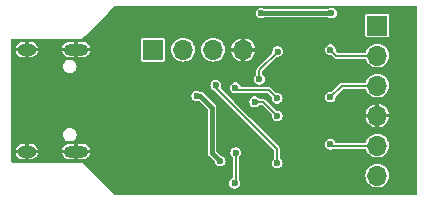
<source format=gbl>
G04 #@! TF.GenerationSoftware,KiCad,Pcbnew,9.0.1*
G04 #@! TF.CreationDate,2025-05-17T15:06:53+00:00*
G04 #@! TF.ProjectId,usb-uart,7573622d-7561-4727-942e-6b696361645f,rev?*
G04 #@! TF.SameCoordinates,Original*
G04 #@! TF.FileFunction,Copper,L2,Bot*
G04 #@! TF.FilePolarity,Positive*
%FSLAX46Y46*%
G04 Gerber Fmt 4.6, Leading zero omitted, Abs format (unit mm)*
G04 Created by KiCad (PCBNEW 9.0.1) date 2025-05-17 15:06:53*
%MOMM*%
%LPD*%
G01*
G04 APERTURE LIST*
G04 #@! TA.AperFunction,ComponentPad*
%ADD10R,1.700000X1.700000*%
G04 #@! TD*
G04 #@! TA.AperFunction,ComponentPad*
%ADD11O,1.700000X1.700000*%
G04 #@! TD*
G04 #@! TA.AperFunction,ComponentPad*
%ADD12O,2.100000X1.000000*%
G04 #@! TD*
G04 #@! TA.AperFunction,ComponentPad*
%ADD13O,1.600000X1.000000*%
G04 #@! TD*
G04 #@! TA.AperFunction,ViaPad*
%ADD14C,0.600000*%
G04 #@! TD*
G04 #@! TA.AperFunction,Conductor*
%ADD15C,0.400000*%
G04 #@! TD*
G04 #@! TA.AperFunction,Conductor*
%ADD16C,0.200000*%
G04 #@! TD*
G04 APERTURE END LIST*
D10*
X129975000Y-78950000D03*
D11*
X129975000Y-81490000D03*
X129975000Y-84030000D03*
X129975000Y-86570000D03*
X129975000Y-89110000D03*
X129975000Y-91650000D03*
D10*
X111000000Y-81000000D03*
D11*
X113540000Y-81000000D03*
X116080000Y-81000000D03*
X118620000Y-81000000D03*
D12*
X104480000Y-80980000D03*
D13*
X100300000Y-80980000D03*
D12*
X104480000Y-89620000D03*
D13*
X100300000Y-89620000D03*
D14*
X114700000Y-84900000D03*
X116675000Y-90425000D03*
X103050000Y-88600000D03*
X119800000Y-92300000D03*
X103050000Y-82050000D03*
X123750000Y-92500000D03*
X112400000Y-89700000D03*
X123750000Y-83150000D03*
X112000000Y-85600000D03*
X115100000Y-83800000D03*
X123750000Y-79250000D03*
X123750000Y-87200000D03*
X107400000Y-79050000D03*
X123750000Y-91150000D03*
X106450000Y-81250000D03*
X127600000Y-90200000D03*
X108100000Y-91600000D03*
X114300000Y-89600000D03*
X123750000Y-84500000D03*
X108400000Y-79050000D03*
X110950000Y-82950000D03*
X111950000Y-83900000D03*
X132450000Y-77900000D03*
X119700000Y-89200000D03*
X116800000Y-82900000D03*
X109200000Y-89600000D03*
X106300000Y-89500000D03*
X126100000Y-77900000D03*
X120150000Y-77900000D03*
X126000000Y-81000000D03*
X126000000Y-85000000D03*
X126000000Y-89000000D03*
X118000000Y-89700000D03*
X117900000Y-92300000D03*
X121550000Y-81150000D03*
X120000000Y-83500000D03*
X121500000Y-86595000D03*
X119600000Y-85400000D03*
X117975000Y-84214054D03*
X121500000Y-85100000D03*
X121500000Y-90595000D03*
X116300000Y-84000000D03*
D15*
X116000000Y-85900000D02*
X116000000Y-89750000D01*
X114700000Y-84900000D02*
X115000000Y-84900000D01*
X115000000Y-84900000D02*
X116000000Y-85900000D01*
X116000000Y-89750000D02*
X116675000Y-90425000D01*
X126100000Y-77900000D02*
X120150000Y-77900000D01*
D16*
X126490000Y-81490000D02*
X129975000Y-81490000D01*
X126000000Y-81000000D02*
X126490000Y-81490000D01*
X126970000Y-84030000D02*
X129975000Y-84030000D01*
X126000000Y-85000000D02*
X126970000Y-84030000D01*
X126000000Y-89000000D02*
X126110000Y-89110000D01*
X126110000Y-89110000D02*
X129975000Y-89110000D01*
X118000000Y-92200000D02*
X118000000Y-89700000D01*
X117900000Y-92300000D02*
X118000000Y-92200000D01*
X120000000Y-82700000D02*
X121550000Y-81150000D01*
X120000000Y-83500000D02*
X120000000Y-82700000D01*
X119600000Y-85400000D02*
X120305000Y-85400000D01*
X120305000Y-85400000D02*
X121500000Y-86595000D01*
X118160946Y-84400000D02*
X120800000Y-84400000D01*
X120800000Y-84400000D02*
X121500000Y-85100000D01*
X117975000Y-84214054D02*
X118160946Y-84400000D01*
X121500000Y-89400000D02*
X121500000Y-90595000D01*
X116300000Y-84000000D02*
X116300000Y-84200000D01*
X116300000Y-84200000D02*
X121500000Y-89400000D01*
G04 #@! TA.AperFunction,Conductor*
G36*
X133323066Y-77317813D02*
G01*
X133348376Y-77361650D01*
X133349500Y-77374500D01*
X133349500Y-93225500D01*
X133332187Y-93273066D01*
X133288350Y-93298376D01*
X133275500Y-93299500D01*
X107780859Y-93299500D01*
X107733293Y-93282187D01*
X107728533Y-93277826D01*
X106750707Y-92300000D01*
X117444867Y-92300000D01*
X117463302Y-92428223D01*
X117463302Y-92428224D01*
X117463303Y-92428226D01*
X117517118Y-92546063D01*
X117601951Y-92643967D01*
X117710931Y-92714004D01*
X117835228Y-92750500D01*
X117964772Y-92750500D01*
X118089069Y-92714004D01*
X118198049Y-92643967D01*
X118282882Y-92546063D01*
X118336697Y-92428226D01*
X118355133Y-92300000D01*
X118336697Y-92171774D01*
X118282882Y-92053937D01*
X118282880Y-92053935D01*
X118282880Y-92053934D01*
X118268574Y-92037424D01*
X118250509Y-91990138D01*
X118250500Y-91988965D01*
X118250500Y-91650000D01*
X128969659Y-91650000D01*
X128988976Y-91846133D01*
X129046187Y-92034731D01*
X129119439Y-92171774D01*
X129139090Y-92208538D01*
X129264117Y-92360883D01*
X129416462Y-92485910D01*
X129493426Y-92527048D01*
X129590268Y-92578812D01*
X129590270Y-92578812D01*
X129590273Y-92578814D01*
X129778868Y-92636024D01*
X129975000Y-92655341D01*
X130171132Y-92636024D01*
X130359727Y-92578814D01*
X130533538Y-92485910D01*
X130685883Y-92360883D01*
X130810910Y-92208538D01*
X130893548Y-92053934D01*
X130903812Y-92034731D01*
X130903812Y-92034730D01*
X130903814Y-92034727D01*
X130961024Y-91846132D01*
X130980341Y-91650000D01*
X130961024Y-91453868D01*
X130903814Y-91265273D01*
X130903812Y-91265270D01*
X130903812Y-91265268D01*
X130852048Y-91168426D01*
X130810910Y-91091462D01*
X130685883Y-90939117D01*
X130533538Y-90814090D01*
X130523597Y-90808776D01*
X130359731Y-90721187D01*
X130171133Y-90663976D01*
X129975000Y-90644659D01*
X129778866Y-90663976D01*
X129590268Y-90721187D01*
X129416463Y-90814089D01*
X129264117Y-90939117D01*
X129139089Y-91091463D01*
X129046187Y-91265268D01*
X128988976Y-91453866D01*
X128969659Y-91650000D01*
X118250500Y-91650000D01*
X118250500Y-90114931D01*
X118267813Y-90067365D01*
X118284493Y-90052678D01*
X118298049Y-90043967D01*
X118382882Y-89946063D01*
X118436697Y-89828226D01*
X118455133Y-89700000D01*
X118436697Y-89571774D01*
X118382882Y-89453937D01*
X118298049Y-89356033D01*
X118220401Y-89306132D01*
X118189068Y-89285995D01*
X118064772Y-89249500D01*
X117935228Y-89249500D01*
X117810931Y-89285995D01*
X117701954Y-89356031D01*
X117701950Y-89356034D01*
X117617119Y-89453935D01*
X117563302Y-89571776D01*
X117544867Y-89700000D01*
X117563302Y-89828223D01*
X117563302Y-89828224D01*
X117563303Y-89828226D01*
X117617118Y-89946063D01*
X117701951Y-90043967D01*
X117715505Y-90052677D01*
X117746162Y-90092956D01*
X117749500Y-90114931D01*
X117749500Y-91820825D01*
X117732187Y-91868391D01*
X117714554Y-91881845D01*
X117715383Y-91883135D01*
X117601954Y-91956031D01*
X117601950Y-91956034D01*
X117517119Y-92053935D01*
X117463302Y-92171776D01*
X117444867Y-92300000D01*
X106750707Y-92300000D01*
X105010971Y-90560263D01*
X105010866Y-90560093D01*
X105010836Y-90560123D01*
X105000384Y-90549618D01*
X105000383Y-90549617D01*
X105000284Y-90549576D01*
X105000101Y-90549500D01*
X104999999Y-90549457D01*
X104985326Y-90549459D01*
X104985126Y-90549500D01*
X99074500Y-90549500D01*
X99026934Y-90532187D01*
X99001624Y-90488350D01*
X99000500Y-90475500D01*
X99000500Y-89770000D01*
X99365287Y-89770000D01*
X99407185Y-89898949D01*
X99407189Y-89898958D01*
X99495182Y-90037614D01*
X99495187Y-90037620D01*
X99614901Y-90150038D01*
X99758816Y-90229157D01*
X99917881Y-90269998D01*
X99917889Y-90270000D01*
X100150000Y-90270000D01*
X100150000Y-89920000D01*
X100450000Y-89920000D01*
X100450000Y-90270000D01*
X100640890Y-90270000D01*
X100762933Y-90254582D01*
X100762938Y-90254581D01*
X100915622Y-90194129D01*
X100915633Y-90194123D01*
X101048490Y-90097596D01*
X101153172Y-89971059D01*
X101153175Y-89971053D01*
X101223101Y-89822453D01*
X101233107Y-89770001D01*
X101233106Y-89770000D01*
X103295287Y-89770000D01*
X103337185Y-89898949D01*
X103337189Y-89898958D01*
X103425182Y-90037614D01*
X103425187Y-90037620D01*
X103544901Y-90150038D01*
X103688816Y-90229157D01*
X103847881Y-90269998D01*
X103847889Y-90270000D01*
X104330000Y-90270000D01*
X104330000Y-89920000D01*
X104630000Y-89920000D01*
X104630000Y-90270000D01*
X105070890Y-90270000D01*
X105192933Y-90254582D01*
X105192938Y-90254581D01*
X105345622Y-90194129D01*
X105345633Y-90194123D01*
X105478490Y-90097596D01*
X105583172Y-89971059D01*
X105583175Y-89971053D01*
X105653101Y-89822453D01*
X105663107Y-89770001D01*
X105663106Y-89770000D01*
X105292657Y-89770000D01*
X105303201Y-89756038D01*
X105333895Y-89648160D01*
X105323546Y-89536479D01*
X105290443Y-89470000D01*
X105664712Y-89470000D01*
X105664712Y-89469999D01*
X105622814Y-89341050D01*
X105622810Y-89341041D01*
X105534817Y-89202385D01*
X105534812Y-89202379D01*
X105415098Y-89089961D01*
X105271183Y-89010842D01*
X105112118Y-88970001D01*
X105112111Y-88970000D01*
X104630000Y-88970000D01*
X104630000Y-89320000D01*
X104330000Y-89320000D01*
X104330000Y-88970000D01*
X103889110Y-88970000D01*
X103767066Y-88985417D01*
X103767061Y-88985418D01*
X103614377Y-89045870D01*
X103614366Y-89045876D01*
X103481509Y-89142403D01*
X103376827Y-89268940D01*
X103376824Y-89268946D01*
X103306898Y-89417546D01*
X103296892Y-89469998D01*
X103296894Y-89470000D01*
X103667343Y-89470000D01*
X103656799Y-89483962D01*
X103626105Y-89591840D01*
X103636454Y-89703521D01*
X103669557Y-89770000D01*
X103295287Y-89770000D01*
X101233106Y-89770000D01*
X100862657Y-89770000D01*
X100873201Y-89756038D01*
X100903895Y-89648160D01*
X100893546Y-89536479D01*
X100860443Y-89470000D01*
X101234712Y-89470000D01*
X101234712Y-89469999D01*
X101192814Y-89341050D01*
X101192810Y-89341041D01*
X101104817Y-89202385D01*
X101104812Y-89202379D01*
X100985098Y-89089961D01*
X100841183Y-89010842D01*
X100682118Y-88970001D01*
X100682111Y-88970000D01*
X100450000Y-88970000D01*
X100450000Y-89320000D01*
X100150000Y-89320000D01*
X100150000Y-88970000D01*
X99959110Y-88970000D01*
X99837066Y-88985417D01*
X99837061Y-88985418D01*
X99684377Y-89045870D01*
X99684366Y-89045876D01*
X99551509Y-89142403D01*
X99446827Y-89268940D01*
X99446824Y-89268946D01*
X99376898Y-89417546D01*
X99366892Y-89469998D01*
X99366894Y-89470000D01*
X99737343Y-89470000D01*
X99726799Y-89483962D01*
X99696105Y-89591840D01*
X99706454Y-89703521D01*
X99739557Y-89770000D01*
X99365287Y-89770000D01*
X99000500Y-89770000D01*
X99000500Y-88190000D01*
X103369534Y-88190000D01*
X103389312Y-88340234D01*
X103389312Y-88340235D01*
X103413702Y-88399117D01*
X103447302Y-88480233D01*
X103539549Y-88600451D01*
X103659767Y-88692698D01*
X103799764Y-88750687D01*
X103912280Y-88765500D01*
X103912282Y-88765500D01*
X103987718Y-88765500D01*
X103987720Y-88765500D01*
X104100236Y-88750687D01*
X104240233Y-88692698D01*
X104360451Y-88600451D01*
X104452698Y-88480233D01*
X104510687Y-88340236D01*
X104530466Y-88190000D01*
X104510687Y-88039764D01*
X104452698Y-87899767D01*
X104360451Y-87779549D01*
X104240233Y-87687302D01*
X104100235Y-87629312D01*
X104013897Y-87617946D01*
X103987720Y-87614500D01*
X103912280Y-87614500D01*
X103886102Y-87617946D01*
X103799765Y-87629312D01*
X103799764Y-87629312D01*
X103659766Y-87687302D01*
X103539549Y-87779549D01*
X103447302Y-87899766D01*
X103389312Y-88039764D01*
X103389312Y-88039765D01*
X103369534Y-88190000D01*
X99000500Y-88190000D01*
X99000500Y-84900000D01*
X114244867Y-84900000D01*
X114263302Y-85028223D01*
X114263302Y-85028224D01*
X114263303Y-85028226D01*
X114317118Y-85146063D01*
X114401951Y-85243967D01*
X114510931Y-85314004D01*
X114635228Y-85350500D01*
X114764775Y-85350500D01*
X114764775Y-85350499D01*
X114787029Y-85343965D01*
X114869554Y-85319734D01*
X114920071Y-85322944D01*
X114942728Y-85338410D01*
X115627826Y-86023508D01*
X115649218Y-86069384D01*
X115649500Y-86075834D01*
X115649500Y-89705974D01*
X115647925Y-89721159D01*
X115644957Y-89735311D01*
X115644957Y-89735316D01*
X115648932Y-89767202D01*
X115649500Y-89776355D01*
X115649500Y-89779048D01*
X115652833Y-89799021D01*
X115653273Y-89802042D01*
X115659425Y-89851387D01*
X115661176Y-89857265D01*
X115660834Y-89857366D01*
X115661580Y-89859695D01*
X115661916Y-89859580D01*
X115663907Y-89865380D01*
X115687567Y-89909100D01*
X115688967Y-89911820D01*
X115710801Y-89956483D01*
X115714366Y-89961476D01*
X115714075Y-89961683D01*
X115715533Y-89963639D01*
X115715816Y-89963420D01*
X115719582Y-89968258D01*
X115756141Y-90001913D01*
X115758349Y-90004031D01*
X116209260Y-90454942D01*
X116230181Y-90496737D01*
X116238302Y-90553223D01*
X116238302Y-90553224D01*
X116238303Y-90553226D01*
X116292118Y-90671063D01*
X116376951Y-90768967D01*
X116485931Y-90839004D01*
X116610228Y-90875500D01*
X116739772Y-90875500D01*
X116864069Y-90839004D01*
X116973049Y-90768967D01*
X117057882Y-90671063D01*
X117111697Y-90553226D01*
X117130133Y-90425000D01*
X117111697Y-90296774D01*
X117057882Y-90178937D01*
X116973049Y-90081033D01*
X116905488Y-90037614D01*
X116864068Y-90010995D01*
X116734694Y-89973009D01*
X116735099Y-89971627D01*
X116699476Y-89953794D01*
X116372174Y-89626492D01*
X116350782Y-89580616D01*
X116350500Y-89574166D01*
X116350500Y-85944026D01*
X116352075Y-85928840D01*
X116355043Y-85914686D01*
X116351068Y-85882797D01*
X116350500Y-85873644D01*
X116350500Y-85870963D01*
X116350500Y-85870960D01*
X116347160Y-85850949D01*
X116346723Y-85847951D01*
X116340573Y-85798608D01*
X116340572Y-85798605D01*
X116338823Y-85792731D01*
X116339168Y-85792628D01*
X116338424Y-85790305D01*
X116338084Y-85790422D01*
X116336093Y-85784622D01*
X116336092Y-85784620D01*
X116336092Y-85784619D01*
X116312419Y-85740876D01*
X116311026Y-85738169D01*
X116308323Y-85732640D01*
X116289198Y-85693517D01*
X116289193Y-85693512D01*
X116285632Y-85688523D01*
X116285924Y-85688314D01*
X116284469Y-85686363D01*
X116284187Y-85686583D01*
X116280422Y-85681746D01*
X116265287Y-85667813D01*
X116243820Y-85648051D01*
X116241637Y-85645956D01*
X115278970Y-84683288D01*
X115269345Y-84671436D01*
X115266978Y-84667813D01*
X115261437Y-84659331D01*
X115236076Y-84639592D01*
X115229215Y-84633533D01*
X115227307Y-84631625D01*
X115227303Y-84631622D01*
X115227301Y-84631620D01*
X115210807Y-84619844D01*
X115208354Y-84618015D01*
X115169127Y-84587483D01*
X115163736Y-84584566D01*
X115163905Y-84584252D01*
X115161730Y-84583132D01*
X115161574Y-84583453D01*
X115156062Y-84580758D01*
X115108431Y-84566577D01*
X115105520Y-84565645D01*
X115058486Y-84549499D01*
X115052443Y-84548491D01*
X115052501Y-84548138D01*
X115050083Y-84547786D01*
X115050039Y-84548142D01*
X115043955Y-84547383D01*
X115043954Y-84547383D01*
X115043952Y-84547383D01*
X115034210Y-84547786D01*
X115011557Y-84548722D01*
X114968494Y-84537039D01*
X114889069Y-84485996D01*
X114800934Y-84460118D01*
X114764772Y-84449500D01*
X114635228Y-84449500D01*
X114510931Y-84485995D01*
X114401954Y-84556031D01*
X114401950Y-84556034D01*
X114317119Y-84653935D01*
X114263302Y-84771776D01*
X114244867Y-84900000D01*
X99000500Y-84900000D01*
X99000500Y-84000000D01*
X115844867Y-84000000D01*
X115863302Y-84128223D01*
X115863302Y-84128224D01*
X115863303Y-84128226D01*
X115917118Y-84246063D01*
X116001951Y-84343967D01*
X116110931Y-84414004D01*
X116161909Y-84428971D01*
X116193388Y-84447648D01*
X121227826Y-89482086D01*
X121249218Y-89527962D01*
X121249500Y-89534412D01*
X121249500Y-90180067D01*
X121232187Y-90227633D01*
X121215511Y-90242318D01*
X121201953Y-90251031D01*
X121201950Y-90251034D01*
X121117119Y-90348935D01*
X121063302Y-90466776D01*
X121044867Y-90595000D01*
X121063302Y-90723223D01*
X121063302Y-90723224D01*
X121063303Y-90723226D01*
X121117118Y-90841063D01*
X121201951Y-90938967D01*
X121310931Y-91009004D01*
X121435228Y-91045500D01*
X121564772Y-91045500D01*
X121689069Y-91009004D01*
X121798049Y-90938967D01*
X121882882Y-90841063D01*
X121936697Y-90723226D01*
X121955133Y-90595000D01*
X121936697Y-90466774D01*
X121882882Y-90348937D01*
X121798049Y-90251033D01*
X121798046Y-90251031D01*
X121784489Y-90242318D01*
X121753836Y-90202035D01*
X121750500Y-90180067D01*
X121750500Y-89431966D01*
X121751922Y-89417528D01*
X121752819Y-89413019D01*
X121755409Y-89400000D01*
X121735966Y-89302260D01*
X121694578Y-89240317D01*
X121694577Y-89240316D01*
X121680601Y-89219399D01*
X121665738Y-89209468D01*
X121654530Y-89200269D01*
X121454261Y-89000000D01*
X125544867Y-89000000D01*
X125563302Y-89128223D01*
X125563302Y-89128224D01*
X125563303Y-89128226D01*
X125617118Y-89246063D01*
X125701951Y-89343967D01*
X125810931Y-89414004D01*
X125935228Y-89450500D01*
X126064772Y-89450500D01*
X126189069Y-89414004D01*
X126254044Y-89372246D01*
X126294051Y-89360500D01*
X128950587Y-89360500D01*
X128998153Y-89377813D01*
X129021398Y-89413015D01*
X129038685Y-89469999D01*
X129046187Y-89494731D01*
X129098094Y-89591840D01*
X129139090Y-89668538D01*
X129264117Y-89820883D01*
X129416462Y-89945910D01*
X129464575Y-89971627D01*
X129590268Y-90038812D01*
X129590270Y-90038812D01*
X129590273Y-90038814D01*
X129778868Y-90096024D01*
X129975000Y-90115341D01*
X130171132Y-90096024D01*
X130359727Y-90038814D01*
X130533538Y-89945910D01*
X130685883Y-89820883D01*
X130810910Y-89668538D01*
X130903814Y-89494727D01*
X130961024Y-89306132D01*
X130980341Y-89110000D01*
X130961024Y-88913868D01*
X130903814Y-88725273D01*
X130903812Y-88725270D01*
X130903812Y-88725268D01*
X130837095Y-88600451D01*
X130810910Y-88551462D01*
X130685883Y-88399117D01*
X130533538Y-88274090D01*
X130523597Y-88268776D01*
X130359731Y-88181187D01*
X130171133Y-88123976D01*
X129975000Y-88104659D01*
X129778866Y-88123976D01*
X129590268Y-88181187D01*
X129416463Y-88274089D01*
X129264117Y-88399117D01*
X129139089Y-88551463D01*
X129046187Y-88725268D01*
X129039008Y-88748932D01*
X129021398Y-88806983D01*
X128991026Y-88847473D01*
X128950587Y-88859500D01*
X126478649Y-88859500D01*
X126431083Y-88842187D01*
X126411337Y-88816242D01*
X126382882Y-88753938D01*
X126382881Y-88753936D01*
X126358045Y-88725273D01*
X126298049Y-88656033D01*
X126231032Y-88612964D01*
X126189068Y-88585995D01*
X126064772Y-88549500D01*
X125935228Y-88549500D01*
X125810931Y-88585995D01*
X125701954Y-88656031D01*
X125701950Y-88656034D01*
X125617119Y-88753935D01*
X125563302Y-88871776D01*
X125544867Y-89000000D01*
X121454261Y-89000000D01*
X119220296Y-86766035D01*
X117854260Y-85400000D01*
X119144867Y-85400000D01*
X119163302Y-85528223D01*
X119163302Y-85528224D01*
X119163303Y-85528226D01*
X119217118Y-85646063D01*
X119301951Y-85743967D01*
X119410931Y-85814004D01*
X119535228Y-85850500D01*
X119664772Y-85850500D01*
X119789069Y-85814004D01*
X119898049Y-85743967D01*
X119956906Y-85676040D01*
X120001139Y-85651430D01*
X120012832Y-85650500D01*
X120170588Y-85650500D01*
X120218154Y-85667813D01*
X120222914Y-85672174D01*
X121031354Y-86480614D01*
X121052746Y-86526490D01*
X121052275Y-86543470D01*
X121044867Y-86594999D01*
X121063302Y-86723223D01*
X121063302Y-86723224D01*
X121063303Y-86723226D01*
X121117118Y-86841063D01*
X121201951Y-86938967D01*
X121310931Y-87009004D01*
X121435228Y-87045500D01*
X121564772Y-87045500D01*
X121689069Y-87009004D01*
X121798049Y-86938967D01*
X121882882Y-86841063D01*
X121936697Y-86723226D01*
X121937161Y-86720000D01*
X128984935Y-86720000D01*
X128989469Y-86766035D01*
X129046651Y-86954539D01*
X129139504Y-87128252D01*
X129139513Y-87128266D01*
X129264471Y-87280526D01*
X129264473Y-87280528D01*
X129416733Y-87405486D01*
X129416747Y-87405495D01*
X129590460Y-87498348D01*
X129778964Y-87555530D01*
X129825000Y-87560064D01*
X129825000Y-87051170D01*
X129832685Y-87054680D01*
X129939237Y-87070000D01*
X130010763Y-87070000D01*
X130117315Y-87054680D01*
X130125000Y-87051170D01*
X130125000Y-87560064D01*
X130171035Y-87555530D01*
X130359539Y-87498348D01*
X130533252Y-87405495D01*
X130533266Y-87405486D01*
X130685526Y-87280528D01*
X130685528Y-87280526D01*
X130810486Y-87128266D01*
X130810495Y-87128252D01*
X130903348Y-86954539D01*
X130960530Y-86766035D01*
X130965065Y-86720000D01*
X130452065Y-86720000D01*
X130475000Y-86641889D01*
X130475000Y-86498111D01*
X130452065Y-86420000D01*
X130965064Y-86420000D01*
X130960530Y-86373964D01*
X130903348Y-86185460D01*
X130810495Y-86011747D01*
X130810486Y-86011733D01*
X130685528Y-85859473D01*
X130685526Y-85859471D01*
X130533266Y-85734513D01*
X130533252Y-85734504D01*
X130359539Y-85641651D01*
X130171037Y-85584469D01*
X130125000Y-85579934D01*
X130125000Y-86088829D01*
X130117315Y-86085320D01*
X130010763Y-86070000D01*
X129939237Y-86070000D01*
X129832685Y-86085320D01*
X129825000Y-86088829D01*
X129825000Y-85579934D01*
X129778962Y-85584469D01*
X129590460Y-85641651D01*
X129416747Y-85734504D01*
X129416733Y-85734513D01*
X129264473Y-85859471D01*
X129264471Y-85859473D01*
X129139513Y-86011733D01*
X129139504Y-86011747D01*
X129046651Y-86185460D01*
X128989469Y-86373964D01*
X128984935Y-86420000D01*
X129497935Y-86420000D01*
X129475000Y-86498111D01*
X129475000Y-86641889D01*
X129497935Y-86720000D01*
X128984935Y-86720000D01*
X121937161Y-86720000D01*
X121955133Y-86595000D01*
X121936697Y-86466774D01*
X121882882Y-86348937D01*
X121798049Y-86251033D01*
X121731032Y-86207964D01*
X121689068Y-86180995D01*
X121564772Y-86144500D01*
X121435228Y-86144500D01*
X121434412Y-86144500D01*
X121386846Y-86127187D01*
X121382086Y-86122826D01*
X120504732Y-85245472D01*
X120495531Y-85234260D01*
X120485601Y-85219399D01*
X120427261Y-85180418D01*
X120427260Y-85180417D01*
X120402742Y-85164034D01*
X120305000Y-85144592D01*
X120287475Y-85148078D01*
X120273038Y-85149500D01*
X120012832Y-85149500D01*
X119965266Y-85132187D01*
X119956906Y-85123959D01*
X119898052Y-85056036D01*
X119898050Y-85056035D01*
X119898049Y-85056033D01*
X119810860Y-85000000D01*
X119789068Y-84985995D01*
X119664772Y-84949500D01*
X119535228Y-84949500D01*
X119410931Y-84985995D01*
X119301954Y-85056031D01*
X119301950Y-85056034D01*
X119217119Y-85153935D01*
X119163302Y-85271776D01*
X119144867Y-85400000D01*
X117854260Y-85400000D01*
X116724678Y-84270418D01*
X116703287Y-84224543D01*
X116705093Y-84214054D01*
X117519867Y-84214054D01*
X117538302Y-84342277D01*
X117538302Y-84342278D01*
X117538303Y-84342280D01*
X117592118Y-84460117D01*
X117676951Y-84558021D01*
X117785931Y-84628058D01*
X117910228Y-84664554D01*
X118039773Y-84664554D01*
X118066717Y-84656642D01*
X118089827Y-84649855D01*
X118125114Y-84648280D01*
X118160946Y-84655408D01*
X118178471Y-84651921D01*
X118192908Y-84650500D01*
X120665588Y-84650500D01*
X120713154Y-84667813D01*
X120717914Y-84672174D01*
X121031354Y-84985614D01*
X121052746Y-85031490D01*
X121052275Y-85048470D01*
X121044867Y-85099999D01*
X121063302Y-85228223D01*
X121063302Y-85228224D01*
X121063303Y-85228226D01*
X121117118Y-85346063D01*
X121201951Y-85443967D01*
X121310931Y-85514004D01*
X121435228Y-85550500D01*
X121564772Y-85550500D01*
X121689069Y-85514004D01*
X121798049Y-85443967D01*
X121882882Y-85346063D01*
X121936697Y-85228226D01*
X121955133Y-85100000D01*
X121940755Y-85000000D01*
X125544867Y-85000000D01*
X125563302Y-85128223D01*
X125563302Y-85128224D01*
X125563303Y-85128226D01*
X125617118Y-85246063D01*
X125701951Y-85343967D01*
X125810931Y-85414004D01*
X125935228Y-85450500D01*
X126064772Y-85450500D01*
X126189069Y-85414004D01*
X126298049Y-85343967D01*
X126382882Y-85246063D01*
X126436697Y-85128226D01*
X126455133Y-85000000D01*
X126447723Y-84948469D01*
X126458090Y-84898927D01*
X126468640Y-84885619D01*
X127052086Y-84302174D01*
X127097963Y-84280782D01*
X127104412Y-84280500D01*
X128950587Y-84280500D01*
X128998153Y-84297813D01*
X129021398Y-84333015D01*
X129042615Y-84402956D01*
X129046187Y-84414731D01*
X129121716Y-84556033D01*
X129139090Y-84588538D01*
X129264117Y-84740883D01*
X129416462Y-84865910D01*
X129480240Y-84900000D01*
X129590268Y-84958812D01*
X129590270Y-84958812D01*
X129590273Y-84958814D01*
X129778868Y-85016024D01*
X129975000Y-85035341D01*
X130171132Y-85016024D01*
X130359727Y-84958814D01*
X130533538Y-84865910D01*
X130685883Y-84740883D01*
X130810910Y-84588538D01*
X130903814Y-84414727D01*
X130961024Y-84226132D01*
X130980341Y-84030000D01*
X130961024Y-83833868D01*
X130903814Y-83645273D01*
X130903812Y-83645270D01*
X130903812Y-83645268D01*
X130826164Y-83500000D01*
X130810910Y-83471462D01*
X130685883Y-83319117D01*
X130533538Y-83194090D01*
X130523597Y-83188776D01*
X130359731Y-83101187D01*
X130171133Y-83043976D01*
X129975000Y-83024659D01*
X129778866Y-83043976D01*
X129590268Y-83101187D01*
X129416463Y-83194089D01*
X129264117Y-83319117D01*
X129139089Y-83471463D01*
X129046187Y-83645268D01*
X129039008Y-83668932D01*
X129021398Y-83726983D01*
X128991026Y-83767473D01*
X128950587Y-83779500D01*
X127001962Y-83779500D01*
X126987525Y-83778078D01*
X126970000Y-83774592D01*
X126872258Y-83794034D01*
X126863255Y-83800050D01*
X126863254Y-83800051D01*
X126789399Y-83849398D01*
X126789397Y-83849400D01*
X126779466Y-83864262D01*
X126770266Y-83875472D01*
X126117913Y-84527826D01*
X126072037Y-84549218D01*
X126065587Y-84549500D01*
X125935228Y-84549500D01*
X125810931Y-84585995D01*
X125701954Y-84656031D01*
X125701950Y-84656034D01*
X125617119Y-84753935D01*
X125563302Y-84871776D01*
X125544867Y-85000000D01*
X121940755Y-85000000D01*
X121936697Y-84971774D01*
X121882882Y-84853937D01*
X121798049Y-84756033D01*
X121731032Y-84712964D01*
X121689068Y-84685995D01*
X121564772Y-84649500D01*
X121435228Y-84649500D01*
X121434412Y-84649500D01*
X121386846Y-84632187D01*
X121382086Y-84627826D01*
X120999732Y-84245472D01*
X120990531Y-84234260D01*
X120980601Y-84219399D01*
X120927536Y-84183942D01*
X120897741Y-84164034D01*
X120800000Y-84144592D01*
X120782475Y-84148078D01*
X120768038Y-84149500D01*
X118484973Y-84149500D01*
X118437407Y-84132187D01*
X118413515Y-84090807D01*
X118413187Y-84090904D01*
X118412789Y-84089548D01*
X118412097Y-84088350D01*
X118411727Y-84086039D01*
X118411697Y-84085828D01*
X118357882Y-83967991D01*
X118273049Y-83870087D01*
X118164071Y-83800051D01*
X118164068Y-83800049D01*
X118039772Y-83763554D01*
X117910228Y-83763554D01*
X117785931Y-83800049D01*
X117676954Y-83870085D01*
X117676950Y-83870088D01*
X117592119Y-83967989D01*
X117538302Y-84085830D01*
X117519867Y-84214054D01*
X116705093Y-84214054D01*
X116709691Y-84187356D01*
X116736697Y-84128226D01*
X116755133Y-84000000D01*
X116736697Y-83871774D01*
X116682882Y-83753937D01*
X116598049Y-83656033D01*
X116531032Y-83612964D01*
X116489068Y-83585995D01*
X116364772Y-83549500D01*
X116235228Y-83549500D01*
X116110931Y-83585995D01*
X116001954Y-83656031D01*
X116001950Y-83656034D01*
X115917119Y-83753935D01*
X115863302Y-83871776D01*
X115844867Y-84000000D01*
X99000500Y-84000000D01*
X99000500Y-83500000D01*
X119544867Y-83500000D01*
X119563302Y-83628223D01*
X119563302Y-83628224D01*
X119563303Y-83628226D01*
X119617118Y-83746063D01*
X119701951Y-83843967D01*
X119810931Y-83914004D01*
X119935228Y-83950500D01*
X120064772Y-83950500D01*
X120189069Y-83914004D01*
X120298049Y-83843967D01*
X120382882Y-83746063D01*
X120436697Y-83628226D01*
X120455133Y-83500000D01*
X120436697Y-83371774D01*
X120382882Y-83253937D01*
X120298049Y-83156033D01*
X120298046Y-83156031D01*
X120284489Y-83147318D01*
X120253836Y-83107035D01*
X120250500Y-83085067D01*
X120250500Y-82834411D01*
X120267813Y-82786845D01*
X120272163Y-82782096D01*
X121432085Y-81622173D01*
X121477961Y-81600782D01*
X121484411Y-81600500D01*
X121614772Y-81600500D01*
X121739069Y-81564004D01*
X121848049Y-81493967D01*
X121932882Y-81396063D01*
X121986697Y-81278226D01*
X122005133Y-81150000D01*
X121986697Y-81021774D01*
X121976753Y-81000000D01*
X125544867Y-81000000D01*
X125563302Y-81128223D01*
X125563302Y-81128224D01*
X125563303Y-81128226D01*
X125617118Y-81246063D01*
X125701951Y-81343967D01*
X125783016Y-81396064D01*
X125810931Y-81414004D01*
X125935228Y-81450500D01*
X126065588Y-81450500D01*
X126113154Y-81467813D01*
X126117912Y-81472172D01*
X126204275Y-81558536D01*
X126290269Y-81644530D01*
X126299468Y-81655738D01*
X126309399Y-81670601D01*
X126309400Y-81670601D01*
X126309401Y-81670603D01*
X126330279Y-81684553D01*
X126330294Y-81684562D01*
X126330316Y-81684577D01*
X126330317Y-81684578D01*
X126392260Y-81725966D01*
X126490000Y-81745409D01*
X126505868Y-81742252D01*
X126507530Y-81741922D01*
X126521967Y-81740500D01*
X128950587Y-81740500D01*
X128998153Y-81757813D01*
X129021398Y-81793015D01*
X129038477Y-81849313D01*
X129046187Y-81874731D01*
X129133776Y-82038597D01*
X129139090Y-82048538D01*
X129264117Y-82200883D01*
X129416462Y-82325910D01*
X129493426Y-82367048D01*
X129590268Y-82418812D01*
X129590270Y-82418812D01*
X129590273Y-82418814D01*
X129778868Y-82476024D01*
X129975000Y-82495341D01*
X130171132Y-82476024D01*
X130359727Y-82418814D01*
X130533538Y-82325910D01*
X130685883Y-82200883D01*
X130810910Y-82048538D01*
X130903814Y-81874727D01*
X130961024Y-81686132D01*
X130980341Y-81490000D01*
X130961024Y-81293868D01*
X130903814Y-81105273D01*
X130903812Y-81105270D01*
X130903812Y-81105268D01*
X130821802Y-80951840D01*
X130810910Y-80931462D01*
X130685883Y-80779117D01*
X130533538Y-80654090D01*
X130486486Y-80628940D01*
X130359731Y-80561187D01*
X130171133Y-80503976D01*
X129975000Y-80484659D01*
X129778866Y-80503976D01*
X129590268Y-80561187D01*
X129416463Y-80654089D01*
X129264117Y-80779117D01*
X129139089Y-80931463D01*
X129046187Y-81105268D01*
X129043422Y-81114384D01*
X129021398Y-81186983D01*
X128991026Y-81227473D01*
X128950587Y-81239500D01*
X126624413Y-81239500D01*
X126576847Y-81222187D01*
X126572087Y-81217826D01*
X126525247Y-81170986D01*
X126468643Y-81114383D01*
X126447252Y-81068508D01*
X126447722Y-81051536D01*
X126455133Y-81000000D01*
X126436697Y-80871774D01*
X126382882Y-80753937D01*
X126298049Y-80656033D01*
X126231032Y-80612964D01*
X126189068Y-80585995D01*
X126064772Y-80549500D01*
X125935228Y-80549500D01*
X125810931Y-80585995D01*
X125701954Y-80656031D01*
X125701950Y-80656034D01*
X125617119Y-80753935D01*
X125563302Y-80871776D01*
X125544867Y-81000000D01*
X121976753Y-81000000D01*
X121932882Y-80903937D01*
X121848049Y-80806033D01*
X121766983Y-80753935D01*
X121739068Y-80735995D01*
X121614772Y-80699500D01*
X121485228Y-80699500D01*
X121360931Y-80735995D01*
X121251954Y-80806031D01*
X121251950Y-80806034D01*
X121167119Y-80903935D01*
X121113302Y-81021776D01*
X121094867Y-81150000D01*
X121102275Y-81201528D01*
X121091907Y-81251073D01*
X121081354Y-81264384D01*
X119845472Y-82500266D01*
X119834262Y-82509466D01*
X119819400Y-82519397D01*
X119819398Y-82519399D01*
X119792113Y-82560236D01*
X119764034Y-82602259D01*
X119744592Y-82700000D01*
X119748078Y-82717525D01*
X119749500Y-82731962D01*
X119749500Y-83085067D01*
X119732187Y-83132633D01*
X119715511Y-83147318D01*
X119701953Y-83156031D01*
X119701950Y-83156034D01*
X119617119Y-83253935D01*
X119563302Y-83371776D01*
X119544867Y-83500000D01*
X99000500Y-83500000D01*
X99000500Y-82410000D01*
X103369534Y-82410000D01*
X103389312Y-82560234D01*
X103389312Y-82560235D01*
X103447205Y-82700000D01*
X103447302Y-82700233D01*
X103539549Y-82820451D01*
X103659767Y-82912698D01*
X103799764Y-82970687D01*
X103912280Y-82985500D01*
X103912282Y-82985500D01*
X103987718Y-82985500D01*
X103987720Y-82985500D01*
X104100236Y-82970687D01*
X104240233Y-82912698D01*
X104360451Y-82820451D01*
X104452698Y-82700233D01*
X104510687Y-82560236D01*
X104530466Y-82410000D01*
X104510687Y-82259764D01*
X104452698Y-82119767D01*
X104360451Y-81999549D01*
X104240233Y-81907302D01*
X104137674Y-81864820D01*
X109999500Y-81864820D01*
X110007951Y-81907302D01*
X110008233Y-81908722D01*
X110021656Y-81928812D01*
X110041496Y-81958504D01*
X110091278Y-81991767D01*
X110135180Y-82000500D01*
X110135181Y-82000500D01*
X111864819Y-82000500D01*
X111864820Y-82000500D01*
X111908722Y-81991767D01*
X111958504Y-81958504D01*
X111991767Y-81908722D01*
X112000500Y-81864820D01*
X112000500Y-81000000D01*
X112534659Y-81000000D01*
X112553976Y-81196133D01*
X112611187Y-81384731D01*
X112678166Y-81510038D01*
X112704090Y-81558538D01*
X112829117Y-81710883D01*
X112981462Y-81835910D01*
X113035547Y-81864819D01*
X113155268Y-81928812D01*
X113155270Y-81928812D01*
X113155273Y-81928814D01*
X113343868Y-81986024D01*
X113540000Y-82005341D01*
X113736132Y-81986024D01*
X113924727Y-81928814D01*
X114098538Y-81835910D01*
X114250883Y-81710883D01*
X114375910Y-81558538D01*
X114468814Y-81384727D01*
X114526024Y-81196132D01*
X114545341Y-81000000D01*
X115074659Y-81000000D01*
X115093976Y-81196133D01*
X115151187Y-81384731D01*
X115218166Y-81510038D01*
X115244090Y-81558538D01*
X115369117Y-81710883D01*
X115521462Y-81835910D01*
X115575547Y-81864819D01*
X115695268Y-81928812D01*
X115695270Y-81928812D01*
X115695273Y-81928814D01*
X115883868Y-81986024D01*
X116080000Y-82005341D01*
X116276132Y-81986024D01*
X116464727Y-81928814D01*
X116638538Y-81835910D01*
X116790883Y-81710883D01*
X116915910Y-81558538D01*
X117008814Y-81384727D01*
X117066024Y-81196132D01*
X117070568Y-81150000D01*
X117629935Y-81150000D01*
X117634469Y-81196035D01*
X117691651Y-81384539D01*
X117784504Y-81558252D01*
X117784513Y-81558266D01*
X117909471Y-81710526D01*
X117909473Y-81710528D01*
X118061733Y-81835486D01*
X118061747Y-81835495D01*
X118235460Y-81928348D01*
X118423964Y-81985530D01*
X118470000Y-81990064D01*
X118470000Y-81481170D01*
X118477685Y-81484680D01*
X118584237Y-81500000D01*
X118655763Y-81500000D01*
X118762315Y-81484680D01*
X118770000Y-81481170D01*
X118770000Y-81990064D01*
X118816035Y-81985530D01*
X119004539Y-81928348D01*
X119178252Y-81835495D01*
X119178266Y-81835486D01*
X119330526Y-81710528D01*
X119330528Y-81710526D01*
X119455486Y-81558266D01*
X119455495Y-81558252D01*
X119548348Y-81384539D01*
X119605530Y-81196035D01*
X119610065Y-81150000D01*
X119097065Y-81150000D01*
X119120000Y-81071889D01*
X119120000Y-80928111D01*
X119097065Y-80850000D01*
X119610064Y-80850000D01*
X119605530Y-80803964D01*
X119548348Y-80615460D01*
X119455495Y-80441747D01*
X119455486Y-80441733D01*
X119330528Y-80289473D01*
X119330526Y-80289471D01*
X119178266Y-80164513D01*
X119178252Y-80164504D01*
X119004539Y-80071651D01*
X118816037Y-80014469D01*
X118770000Y-80009934D01*
X118770000Y-80518829D01*
X118762315Y-80515320D01*
X118655763Y-80500000D01*
X118584237Y-80500000D01*
X118477685Y-80515320D01*
X118470000Y-80518829D01*
X118470000Y-80009934D01*
X118423962Y-80014469D01*
X118235460Y-80071651D01*
X118061747Y-80164504D01*
X118061733Y-80164513D01*
X117909473Y-80289471D01*
X117909471Y-80289473D01*
X117784513Y-80441733D01*
X117784504Y-80441747D01*
X117691651Y-80615460D01*
X117634469Y-80803964D01*
X117629935Y-80850000D01*
X118142935Y-80850000D01*
X118120000Y-80928111D01*
X118120000Y-81071889D01*
X118142935Y-81150000D01*
X117629935Y-81150000D01*
X117070568Y-81150000D01*
X117085341Y-81000000D01*
X117066024Y-80803868D01*
X117008814Y-80615273D01*
X117008812Y-80615270D01*
X117008812Y-80615268D01*
X116938999Y-80484659D01*
X116915910Y-80441462D01*
X116790883Y-80289117D01*
X116638538Y-80164090D01*
X116628597Y-80158776D01*
X116464731Y-80071187D01*
X116276133Y-80013976D01*
X116080000Y-79994659D01*
X115883866Y-80013976D01*
X115695268Y-80071187D01*
X115521463Y-80164089D01*
X115369117Y-80289117D01*
X115244089Y-80441463D01*
X115151187Y-80615268D01*
X115093976Y-80803866D01*
X115074659Y-81000000D01*
X114545341Y-81000000D01*
X114526024Y-80803868D01*
X114468814Y-80615273D01*
X114468812Y-80615270D01*
X114468812Y-80615268D01*
X114398999Y-80484659D01*
X114375910Y-80441462D01*
X114250883Y-80289117D01*
X114098538Y-80164090D01*
X114088597Y-80158776D01*
X113924731Y-80071187D01*
X113736133Y-80013976D01*
X113540000Y-79994659D01*
X113343866Y-80013976D01*
X113155268Y-80071187D01*
X112981463Y-80164089D01*
X112829117Y-80289117D01*
X112704089Y-80441463D01*
X112611187Y-80615268D01*
X112553976Y-80803866D01*
X112534659Y-81000000D01*
X112000500Y-81000000D01*
X112000500Y-80135180D01*
X111991767Y-80091278D01*
X111958504Y-80041496D01*
X111908722Y-80008233D01*
X111864820Y-79999500D01*
X110135180Y-79999500D01*
X110113229Y-80003866D01*
X110091277Y-80008233D01*
X110041496Y-80041495D01*
X110041495Y-80041496D01*
X110008233Y-80091277D01*
X110008233Y-80091278D01*
X109999500Y-80135180D01*
X109999500Y-81864820D01*
X104137674Y-81864820D01*
X104100235Y-81849312D01*
X104013897Y-81837946D01*
X103987720Y-81834500D01*
X103912280Y-81834500D01*
X103886102Y-81837946D01*
X103799765Y-81849312D01*
X103799764Y-81849312D01*
X103659766Y-81907302D01*
X103539549Y-81999549D01*
X103447302Y-82119766D01*
X103389312Y-82259764D01*
X103389312Y-82259765D01*
X103369534Y-82410000D01*
X99000500Y-82410000D01*
X99000500Y-81130000D01*
X99365287Y-81130000D01*
X99407185Y-81258949D01*
X99407189Y-81258958D01*
X99495182Y-81397614D01*
X99495187Y-81397620D01*
X99614901Y-81510038D01*
X99758816Y-81589157D01*
X99917881Y-81629998D01*
X99917889Y-81630000D01*
X100150000Y-81630000D01*
X100150000Y-81280000D01*
X100450000Y-81280000D01*
X100450000Y-81630000D01*
X100640890Y-81630000D01*
X100762933Y-81614582D01*
X100762938Y-81614581D01*
X100915622Y-81554129D01*
X100915633Y-81554123D01*
X101048490Y-81457596D01*
X101153172Y-81331059D01*
X101153175Y-81331053D01*
X101223101Y-81182453D01*
X101233107Y-81130001D01*
X101233106Y-81130000D01*
X103295287Y-81130000D01*
X103337185Y-81258949D01*
X103337189Y-81258958D01*
X103425182Y-81397614D01*
X103425187Y-81397620D01*
X103544901Y-81510038D01*
X103688816Y-81589157D01*
X103847881Y-81629998D01*
X103847889Y-81630000D01*
X104330000Y-81630000D01*
X104330000Y-81280000D01*
X104630000Y-81280000D01*
X104630000Y-81630000D01*
X105070890Y-81630000D01*
X105192933Y-81614582D01*
X105192938Y-81614581D01*
X105345622Y-81554129D01*
X105345633Y-81554123D01*
X105478490Y-81457596D01*
X105583172Y-81331059D01*
X105583175Y-81331053D01*
X105653101Y-81182453D01*
X105663107Y-81130001D01*
X105663106Y-81130000D01*
X105292657Y-81130000D01*
X105303201Y-81116038D01*
X105333895Y-81008160D01*
X105323546Y-80896479D01*
X105290443Y-80830000D01*
X105664712Y-80830000D01*
X105664712Y-80829999D01*
X105622814Y-80701050D01*
X105622810Y-80701041D01*
X105534817Y-80562385D01*
X105534812Y-80562379D01*
X105415098Y-80449961D01*
X105271183Y-80370842D01*
X105112118Y-80330001D01*
X105112111Y-80330000D01*
X104630000Y-80330000D01*
X104630000Y-80680000D01*
X104330000Y-80680000D01*
X104330000Y-80330000D01*
X103889110Y-80330000D01*
X103767066Y-80345417D01*
X103767061Y-80345418D01*
X103614377Y-80405870D01*
X103614366Y-80405876D01*
X103481509Y-80502403D01*
X103376827Y-80628940D01*
X103376824Y-80628946D01*
X103306898Y-80777546D01*
X103296892Y-80829998D01*
X103296894Y-80830000D01*
X103667343Y-80830000D01*
X103656799Y-80843962D01*
X103626105Y-80951840D01*
X103636454Y-81063521D01*
X103669557Y-81130000D01*
X103295287Y-81130000D01*
X101233106Y-81130000D01*
X100862657Y-81130000D01*
X100873201Y-81116038D01*
X100903895Y-81008160D01*
X100893546Y-80896479D01*
X100860443Y-80830000D01*
X101234712Y-80830000D01*
X101234712Y-80829999D01*
X101192814Y-80701050D01*
X101192810Y-80701041D01*
X101104817Y-80562385D01*
X101104812Y-80562379D01*
X100985098Y-80449961D01*
X100841183Y-80370842D01*
X100682118Y-80330001D01*
X100682111Y-80330000D01*
X100450000Y-80330000D01*
X100450000Y-80680000D01*
X100150000Y-80680000D01*
X100150000Y-80330000D01*
X99959110Y-80330000D01*
X99837066Y-80345417D01*
X99837061Y-80345418D01*
X99684377Y-80405870D01*
X99684366Y-80405876D01*
X99551509Y-80502403D01*
X99446827Y-80628940D01*
X99446824Y-80628946D01*
X99376898Y-80777546D01*
X99366892Y-80829998D01*
X99366894Y-80830000D01*
X99737343Y-80830000D01*
X99726799Y-80843962D01*
X99696105Y-80951840D01*
X99706454Y-81063521D01*
X99739557Y-81130000D01*
X99365287Y-81130000D01*
X99000500Y-81130000D01*
X99000500Y-80124500D01*
X99017813Y-80076934D01*
X99061650Y-80051624D01*
X99074500Y-80050500D01*
X104985126Y-80050500D01*
X104985326Y-80050540D01*
X104999997Y-80050541D01*
X104999997Y-80050540D01*
X105000000Y-80050542D01*
X105000209Y-80050455D01*
X105000717Y-80050247D01*
X105001715Y-80049843D01*
X105005342Y-80045423D01*
X105010951Y-80039814D01*
X105011065Y-80039641D01*
X105235886Y-79814820D01*
X128974500Y-79814820D01*
X128983233Y-79858722D01*
X129016496Y-79908504D01*
X129066278Y-79941767D01*
X129110180Y-79950500D01*
X129110181Y-79950500D01*
X130839819Y-79950500D01*
X130839820Y-79950500D01*
X130883722Y-79941767D01*
X130933504Y-79908504D01*
X130966767Y-79858722D01*
X130975500Y-79814820D01*
X130975500Y-78085180D01*
X130966767Y-78041278D01*
X130933504Y-77991496D01*
X130883722Y-77958233D01*
X130839820Y-77949500D01*
X129110180Y-77949500D01*
X129088229Y-77953866D01*
X129066277Y-77958233D01*
X129016496Y-77991495D01*
X129016495Y-77991496D01*
X128983233Y-78041277D01*
X128983233Y-78041278D01*
X128974500Y-78085180D01*
X128974500Y-79814820D01*
X105235886Y-79814820D01*
X107150707Y-77900000D01*
X119694867Y-77900000D01*
X119713302Y-78028223D01*
X119713302Y-78028224D01*
X119713303Y-78028226D01*
X119767118Y-78146063D01*
X119851951Y-78243967D01*
X119960931Y-78314004D01*
X120085228Y-78350500D01*
X120214772Y-78350500D01*
X120339069Y-78314004D01*
X120419605Y-78262246D01*
X120459611Y-78250500D01*
X125790389Y-78250500D01*
X125830394Y-78262246D01*
X125910931Y-78314004D01*
X126035228Y-78350500D01*
X126164772Y-78350500D01*
X126289069Y-78314004D01*
X126398049Y-78243967D01*
X126482882Y-78146063D01*
X126536697Y-78028226D01*
X126555133Y-77900000D01*
X126536697Y-77771774D01*
X126482882Y-77653937D01*
X126398049Y-77556033D01*
X126331032Y-77512964D01*
X126289068Y-77485995D01*
X126164772Y-77449500D01*
X126035228Y-77449500D01*
X125910933Y-77485995D01*
X125910931Y-77485995D01*
X125910931Y-77485996D01*
X125830394Y-77537753D01*
X125790389Y-77549500D01*
X120459611Y-77549500D01*
X120419605Y-77537753D01*
X120339069Y-77485996D01*
X120214772Y-77449500D01*
X120085228Y-77449500D01*
X119960931Y-77485995D01*
X119851954Y-77556031D01*
X119851950Y-77556034D01*
X119767119Y-77653935D01*
X119713302Y-77771776D01*
X119694867Y-77900000D01*
X107150707Y-77900000D01*
X107728533Y-77322174D01*
X107774409Y-77300782D01*
X107780859Y-77300500D01*
X133275500Y-77300500D01*
X133323066Y-77317813D01*
G37*
G04 #@! TD.AperFunction*
M02*

</source>
